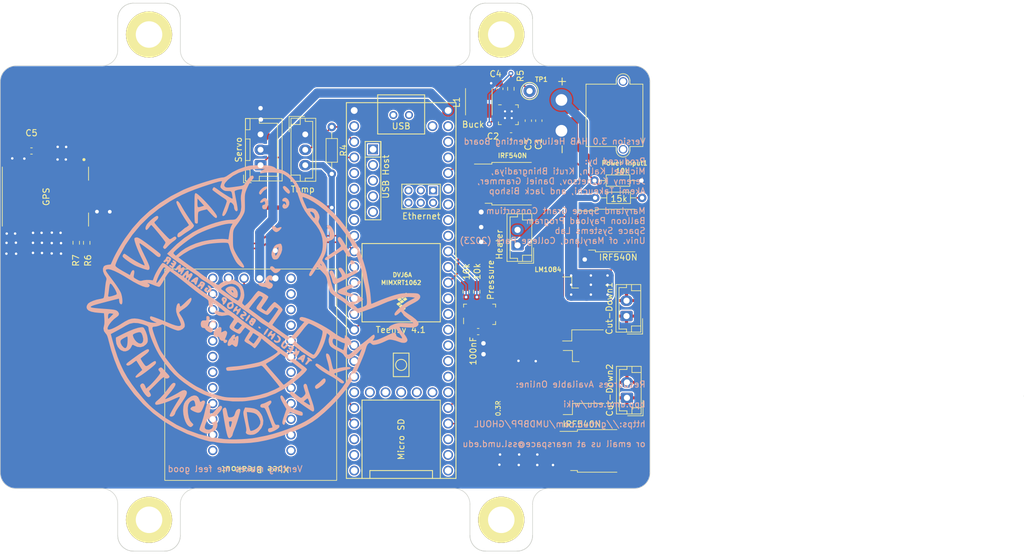
<source format=kicad_pcb>
(kicad_pcb (version 20221018) (generator pcbnew)
  (layers (0 "F.Cu" signal) (31 "B.Cu" signal) (34 "B.Paste" user) (35 "F.Paste" user) (36 "B.SilkS" user "B.Silkscreen") (37 "F.SilkS" user "F.Silkscreen") (38 "B.Mask" user) (39 "F.Mask" user) (44 "Edge.Cuts" user))
  (net 0 "")
  (net 1 "Servo PWM")
  (net 2 "Net-(Cut-Down1-In)")
  (net 3 "Nic2")
  (net 4 "Nic1")
  (net 5 "Net-(LM1084-ADJ1-VO)")
  (net 6 "GND")
  (net 7 "Feedback")
  (net 8 "Net-(Cut-Down1-Out)")
  (net 9 "Xbee DIn")
  (net 10 "Xbee DOut")
  (net 11 "SCL")
  (net 12 "SDA")
  (net 46 "Net-(MOSFET_H1-G)")
  (net 47 "Net-(MOSFET_H1-D)")
  (net 48 "Vdiv")
  (net 51 "+BATT")
  (net 52 "Temp_Data")
  (net 53 "Net-(L1-Pad1)")
  (net 54 "Net-(U4-PG)")
  (net 55 "Net-(U4-SS{slash}TR)")
  (net 56 "+5V")
  (net 58 "Baro_SDA")
  (net 59 "Baro_SCL")
  (net 67 "Net-(U3-RXD{slash}SPI_MOSI)")
  (net 68 "Net-(U3-TXD{slash}SPI_MISO)")
  (net 72 "Net-(U3-RF_IN)")
  (net 73 "GPSRx")
  (net 79 "GPSTx")
  (net 88 "Net-(Cut-Down2-In)")
  (net 89 "+3.3V")
  (footprint "Resistor_SMD:R_0603_1608Metric_Pad0.98x0.95mm_HandSolder" (layer "F.Cu") (at 171.275 105.225 90)
    (fp_text reference "10k")
    (fp_text value "10k")
  )
  (footprint "Resistor_SMD:R_0603_1608Metric_Pad0.98x0.95mm_HandSolder" (layer "F.Cu") (at 106.3 97.2875 -90)
    (fp_text reference "R7")
    (fp_text value "220")
  )
  (footprint "Resistor_SMD:R_0603_1608Metric_Pad0.98x0.95mm_HandSolder" (layer "F.Cu") (at 108 97.3 90)
    (fp_text reference "R6")
    (fp_text value "220")
  )
  (footprint "Resistor_SMD:R_0603_1608Metric_Pad0.98x0.95mm_HandSolder" (layer "F.Cu") (at 169.575 105.225 -90)
    (fp_text reference "10k")
    (fp_text value "10k")
  )
  (footprint "Package_DFN_QFN:VQFN-16-1EP_3x3mm_P0.5mm_EP1.68x1.68mm_ThermalVias" (layer "F.Cu") (at 176.41 76.5175)
    (fp_text reference "Buck")
    (fp_text value "TPS62133")
  )
  (footprint "Package_TO_SOT_SMD:TO-252-2" (layer "F.Cu") (at 193.84 95.3)
    (fp_text reference "IRF540N")
    (fp_text value "IRF540N")
  )
  (footprint "Capacitor_SMD:C_0603_1608Metric_Pad1.08x0.95mm_HandSolder" (layer "F.Cu") (at 176.8525 79.9475)
    (fp_text reference "C2")
    (fp_text value "3.3nF")
  )
  (footprint "Resistor_THT:R_Axial_DIN0204_L3.6mm_D1.6mm_P7.62mm_Horizontal" (layer "F.Cu") (at 147.755 78.495 -90)
    (fp_text reference "R4")
    (fp_text value "4.7K")
  )
  (footprint "Package_LGA:LGA-8_3x5mm_P1.25mm" (layer "F.Cu") (at 171.75 108.9 90)
    (fp_text reference "Pressure")
    (fp_text value "MS5607-02BA")
  )
  (footprint "mechanical:MountingHole_4.3mm_M4_DIN965_Pad" (layer "F.Cu") (at 175.26 63.5 180)
    (fp_text reference "REF**" hide)
    (fp_text value "MountingHole_4.3mm_M4_DIN965_Pad")
  )
  (footprint "Package_TO_SOT_SMD:TO-263-2" (layer "F.Cu") (at 181.975 119.97 180)
    (fp_text reference "0.3R")
    (fp_text value "03")
  )
  (footprint "CAM-M8Q-0:LCC100P960X1400X210-31N" (layer "F.Cu") (at 101.3 89.8 90)
    (fp_text reference "GPS")
    (fp_text value "CAM-M8Q-0")
  )
  (footprint "Package_TO_SOT_SMD:TO-252-2" (layer "F.Cu") (at 190.915 131.065)
    (fp_text reference "IRF540N")
    (fp_text value "IRF540N")
  )
  (footprint "mechanical:MountingHole_4.3mm_M4_DIN965_Pad" (layer "F.Cu") (at 118.11 63.5 180)
    (fp_text reference "REF**" hide)
    (fp_text value "MountingHole_4.3mm_M4_DIN965_Pad")
  )
  (footprint "Resistor_THT:R_Axial_DIN0204_L3.6mm_D1.6mm_P7.62mm_Horizontal" (layer "F.Cu") (at 190.49 90)
    (fp_text reference "15k")
    (fp_text value "15K")
  )
  (footprint "Connector_JST:JST_EH_B2B-EH-A_1x02_P2.50mm_Vertical" (layer "F.Cu") (at 177.9 97.7 90)
    (fp_text reference "Heater")
    (fp_text value "Heater")
  )
  (footprint "Capacitor_SMD:C_0603_1608Metric_Pad1.08x0.95mm_HandSolder" (layer "F.Cu") (at 171.5125 111.7)
    (fp_text reference "100nF")
    (fp_text value "100nF")
  )
  (footprint "Package_TO_SOT_SMD:TO-263-3_TabPin2" (layer "F.Cu") (at 181.875 108.025 180)
    (fp_text reference "LM1084")
    (fp_text value "LM1084-ADJ")
  )
  (footprint "Resistor_THT:R_Axial_DIN0204_L3.6mm_D1.6mm_P7.62mm_Horizontal" (layer "F.Cu") (at 190.39 87.2)
    (fp_text reference "10k")
    (fp_text value "10K")
  )
  (footprint "mechanical:MountingHole_4.3mm_M4_DIN965_Pad" (layer "F.Cu") (at 118.11 142.24)
    (fp_text reference "REF**" hide)
    (fp_text value "MountingHole_4.3mm_M4_DIN965_Pad")
  )
  (footprint "mechanical:MountingHole_4.3mm_M4_DIN965_Pad" (layer "F.Cu") (at 175.26 142.24)
    (fp_text reference "REF**" hide)
    (fp_text value "MountingHole_4.3mm_M4_DIN965_Pad")
  )
  (footprint "GHOULFootPrints:XBee Explorer" (layer "F.Cu") (at 148.56 101.55 180)
    (fp_text reference "Xbee Breakout")
    (fp_text value "Xbee")
  )
  (footprint "Resistor_SMD:R_0603_1608Metric_Pad0.98x0.95mm_HandSolder" (layer "F.Cu") (at 176.82 72.3075 90)
    (fp_text reference "R5")
    (fp_text value "100k")
  )
  (footprint "Capacitor_SMD:C_0603_1608Metric_Pad1.08x0.95mm_HandSolder" (layer "F.Cu") (at 175.02 72.3075 90)
    (fp_text reference "C4")
    (fp_text value "22uF")
  )
  (footprint "Connector_AMASS:AMASS_XT30PW-M_1x02_P2.50mm_Horizontal" (layer "F.Cu") (at 185.02 79.12 -90)
    (fp_text reference "Power Input1")
    (fp_text value "Conn_01x02")
  )
  (footprint "Connector_JST:JST_XH_B3B-XH-A_1x03_P2.50mm_Vertical" (layer "F.Cu") (at 136.2 84.7 90)
    (fp_text reference "Servo")
    (fp_text value "Motor_Servo")
  )
  (footprint "Connector_JST:JST_EH_B2B-EH-A_1x02_P2.50mm_Vertical" (layer "F.Cu") (at 195.65 122.45 90)
    (fp_text reference "Cut-Down2")
    (fp_text value "NichromeConnector")
  )
  (footprint "Connector_JST:JST_EH_B2B-EH-A_1x02_P2.50mm_Vertical" (layer "F.Cu") (at 195.58 109.18 90)
    (fp_text reference "Cut-Down1")
    (fp_text value "NichromeConnector")
  )
  (footprint "teensy.pretty-master:Teensy41" (layer "F.Cu") (at 159.0184 105.04 -90)
    (fp_text reference "Teensy 4.1")
    (fp_text value "Teensy4.1")
  )
  (footprint "Inductor_SMD:L_Coilcraft_XxL4040" (layer "F.Cu") (at 171.62 74.4075 90)
    (fp_text reference "L1")
    (fp_text value "1uH")
  )
  (footprint "Connector_JST:JST_EH_B3B-EH-A_1x03_P2.50mm_Vertical" (layer "F.Cu") (at 143.455 79.705 -90)
    (fp_text reference "Temp")
    (fp_text value "DS18S20")
  )
  (footprint "Capacitor_SMD:C_0603_1608Metric_Pad1.08x0.95mm_HandSolder" (layer "F.Cu") (at 181.3525 77.4825 -90)
    (fp_text reference "C1")
    (fp_text value "10uF")
  )
  (footprint "Package_TO_SOT_SMD:TO-252-2" (layer "F.Cu") (at 177.04 87.7)
    (fp_text reference "IRF540N")
    (fp_text value "IRF540N")
  )
  (footprint "Capacitor_SMD:C_0603_1608Metric_Pad1.08x0.95mm_HandSolder" (layer "F.Cu") (at 99.0375 82.4 180)
    (fp_text reference "C5")
    (fp_text value "4.7uF")
  )
  (footprint "Capacitor_SMD:C_0603_1608Metric_Pad1.08x0.95mm_HandSolder" (layer "F.Cu") (at 179.6525 77.4825 90)
    (fp_text reference "C3")
    (fp_text value "0.1uF")
  )
  (footprint "TestPoint:TestPoint_Keystone_5000-5004_Miniature" (layer "F.Cu") (at 179.8475 72.6675 180)
    (fp_text reference "TP1")
    (fp_text value "TestPoint")
  )
  (footprint "LOGO" (layer "B.Cu") (at 134.112 107.95 180)
    (fp_text reference "G***" hide)
    (fp_text value "LOGO" hide)
  )
  (gr_line (start 170.18 66.04) (end 170.18 60.96) (stroke (width 0.1)) (layer "Edge.Cuts"))
  (gr_line (start 172.72 58.42) (end 177.8 58.42) (stroke (width 0.1)) (layer "Edge.Cuts"))
  (gr_arc (start 113.03 60.96) (mid 113.773949 59.163949) (end 115.57 58.42) (stroke (width 0.1)) (layer "Edge.Cuts"))
  (gr_line (start 182.88 68.58) (end 196.85 68.58) (stroke (width 0.1)) (layer "Edge.Cuts"))
  (gr_line (start 182.88 137.16) (end 196.85 137.16) (stroke (width 0.1)) (layer "Edge.Cuts"))
  (gr_line (start 113.03 66.04) (end 113.03 60.96) (stroke (width 0.1)) (layer "Edge.Cuts"))
  (gr_arc (start 115.57 147.32) (mid 113.773949 146.576051) (end 113.03 144.78) (stroke (width 0.1)) (layer "Edge.Cuts"))
  (gr_arc (start 167.64 137.16) (mid 169.436051 137.903949) (end 170.18 139.7) (stroke (width 0.1)) (layer "Edge.Cuts"))
  (gr_line (start 180.34 144.78) (end 180.34 139.7) (stroke (width 0.1)) (layer "Edge.Cuts"))
  (gr_line (start 123.19 60.96) (end 123.19 66.04) (stroke (width 0.1)) (layer "Edge.Cuts"))
  (gr_line (start 96.52 137.16) (end 110.49 137.16) (stroke (width 0.1)) (layer "Edge.Cuts"))
  (gr_line (start 172.72 147.32) (end 177.8 147.32) (stroke (width 0.1)) (layer "Edge.Cuts"))
  (gr_arc (start 170.18 60.96) (mid 170.923949 59.163949) (end 172.72 58.42) (stroke (width 0.1)) (layer "Edge.Cuts"))
  (gr_line (start 199.39 134.62) (end 199.39 71.12) (stroke (width 0.1)) (layer "Edge.Cuts"))
  (gr_arc (start 172.72 147.32) (mid 170.923948 146.576052) (end 170.18 144.78) (stroke (width 0.1)) (layer "Edge.Cuts"))
  (gr_arc (start 120.65 58.42) (mid 122.446051 59.163949) (end 123.19 60.96) (stroke (width 0.1)) (layer "Edge.Cuts"))
  (gr_arc (start 110.49 137.16) (mid 112.286051 137.903949) (end 113.03 139.7) (stroke (width 0.1)) (layer "Edge.Cuts"))
  (gr_arc (start 177.8 58.42) (mid 179.596051 59.163949) (end 180.34 60.96) (stroke (width 0.1)) (layer "Edge.Cuts"))
  (gr_line (start 125.73 137.16) (end 167.64 137.16) (stroke (width 0.1)) (layer "Edge.Cuts"))
  (gr_arc (start 172.72 147.32) (mid 170.923949 146.576051) (end 170.18 144.78) (stroke (width 0.1)) (layer "Edge.Cuts"))
  (gr_arc (start 123.19 144.78) (mid 122.446052 146.576052) (end 120.65 147.32) (stroke (width 0.1)) (layer "Edge.Cuts"))
  (gr_line (start 123.19 144.78) (end 123.19 139.7) (stroke (width 0.1)) (layer "Edge.Cuts"))
  (gr_line (start 115.57 147.32) (end 120.65 147.32) (stroke (width 0.1)) (layer "Edge.Cuts"))
  (gr_arc (start 182.88 68.58) (mid 181.083949 67.836051) (end 180.34 66.04) (stroke (width 0.1)) (layer "Edge.Cuts"))
  (gr_arc (start 120.65 58.42) (mid 122.446052 59.163948) (end 123.19 60.96) (stroke (width 0.1)) (layer "Edge.Cuts"))
  (gr_line (start 113.03 139.7) (end 113.03 144.78) (stroke (width 0.1)) (layer "Edge.Cuts"))
  (gr_arc (start 93.98 71.12) (mid 94.723949 69.323949) (end 96.52 68.58) (stroke (width 0.1)) (layer "Edge.Cuts"))
  (gr_arc (start 170.18 66.04) (mid 169.436051 67.836051) (end 167.64 68.58) (stroke (width 0.1)) (layer "Edge.Cuts"))
  (gr_arc (start 123.19 139.7) (mid 123.933949 137.903949) (end 125.73 137.16) (stroke (width 0.1)) (layer "Edge.Cuts"))
  (gr_arc (start 125.73 68.58) (mid 123.933949 67.836051) (end 123.19 66.04) (stroke (width 0.1)) (layer "Edge.Cuts"))
  (gr_arc (start 96.52 137.16) (mid 94.723949 136.416051) (end 93.98 134.62) (stroke (width 0.1)) (layer "Edge.Cuts"))
  (gr_arc (start 170.18 60.96) (mid 170.923948 59.163948) (end 172.72 58.42) (stroke (width 0.1)) (layer "Edge.Cuts"))
  (gr_line (start 93.98 71.12) (end 93.98 134.62) (stroke (width 0.1)) (layer "Edge.Cuts"))
  (gr_line (start 180.34 60.96) (end 180.34 66.04) (stroke (width 0.1)) (layer "Edge.Cuts"))
  (gr_line (start 170.18 139.7) (end 170.18 144.78) (stroke (width 0.1)) (layer "Edge.Cuts"))
  (gr_arc (start 115.57 147.32) (mid 113.773948 146.576052) (end 113.03 144.78) (stroke (width 0.1)) (layer "Edge.Cuts"))
  (gr_arc (start 180.34 139.7) (mid 181.083949 137.903949) (end 182.88 137.16) (stroke (width 0.1)) (layer "Edge.Cuts"))
  (gr_arc (start 180.34 144.78) (mid 179.596052 146.576052) (end 177.8 147.32) (stroke (width 0.1)) (layer "Edge.Cuts"))
  (gr_line (start 260.03 122.155) (end 260.03 122.155) (stroke (width 0.1)) (layer "Edge.Cuts"))
  (gr_arc (start 196.85 68.58) (mid 198.646051 69.323949) (end 199.39 71.12) (stroke (width 0.1)) (layer "Edge.Cuts"))
  (gr_line (start 115.57 58.42) (end 120.65 58.42) (stroke (width 0.1)) (layer "Edge.Cuts"))
  (gr_arc (start 177.8 58.42) (mid 179.596052 59.163948) (end 180.34 60.96) (stroke (width 0.1)) (layer "Edge.Cuts"))
  (gr_arc (start 113.03 60.96) (mid 113.773948 59.163948) (end 115.57 58.42) (stroke (width 0.1)) (layer "Edge.Cuts"))
  (gr_line (start 125.73 68.58) (end 167.64 68.58) (stroke (width 0.1)) (layer "Edge.Cuts"))
  (gr_arc (start 199.39 134.62) (mid 198.646051 136.416051) (end 196.85 137.16) (stroke (width 0.1)) (layer "Edge.Cuts"))
  (gr_line (start 96.52 68.58) (end 110.49 68.58) (stroke (width 0.1)) (layer "Edge.Cuts"))
  (gr_arc (start 180.34 144.78) (mid 179.596051 146.576051) (end 177.8 147.32) (stroke (width 0.1)) (layer "Edge.Cuts"))
  (gr_arc (start 123.19 144.78) (mid 122.446051 146.576051) (end 120.65 147.32) (stroke (width 0.1)) (layer "Edge.Cuts"))
  (gr_arc (start 113.03 66.04) (mid 112.286051 67.836051) (end 110.49 68.58) (stroke (width 0.1)) (layer "Edge.Cuts"))
  (gr_text "Version 3.0 HAB Helium Venting Board \n\nProduced by:\nMichael Kalin, Kruti Bhingradiya, \nJeremy Kuznetsov, Daniel Grammer, \nAkemi Takeuchi, and Jack Bishop\n\nMaryland Space Grant Consortium\nBalloon Payload Program\nSpace Systems Lab\nUniv. of Maryland, College Park (2023)" (at 198.755 88.9) (layer "B.SilkS") (effects (font (size 1 1)) (justify left mirror)))
  (gr_text "Venting makes me feel good" (at 132.08 133.985) (layer "B.SilkS") (effects (font (size 1 1)) (justify mirror)))
  (gr_text "Resources Available Online:\n\nbpp.umd.edu/wiki\n\nhttps://github.com/UMDBPP/GHOUL\n\nor email us at nearspace@ssl.umd.edu" (at 198.755 125.095) (layer "B.SilkS") (effects (font (size 1 1)) (justify left mirror)))
  (segment (start 136.2 84.7) (end 137.45 83.45) (width 0.25) (layer "F.Cu") (net 1))
  (segment (start 137.45 83.45) (end 151.3984 83.45) (width 0.25) (layer "F.Cu") (net 1))
  (segment (start 189.525 110.565) (end 193.685 110.565) (width 0.25) (layer "F.Cu") (net 2))
  (segment (start 193.685 110.565) (end 193.7 110.55) (width 0.25) (layer "F.Cu") (net 2))
  (segment (start 183.72 126.63) (end 166.6384 126.63) (width 0.25) (layer "F.Cu") (net 3))
  (segment (start 185.875 128.785) (end 183.72 126.63) (width 0.25) (layer "F.Cu") (net 3))
  (segment (start 174.87 115.8584) (end 174.87 103.03) (width 0.25) (layer "F.Cu") (net 4))
  (segment (start 166.6384 124.09) (end 174.87 115.8584) (width 0.25) (layer "F.Cu") (net 4))
  (segment (start 174.87 103.03) (end 184.88 93.02) (width 0.25) (layer "F.Cu") (net 4))
  (segment (start 184.88 93.02) (end 188.8 93.02) (width 0.25) (layer "F.Cu") (net 4))
  (segment (start 189.525 108.025) (end 180.375 108.025) (width 2) (layer "F.Cu") (net 5))
  (segment (start 175.11 131.65) (end 175.11 133.23) (width 2) (layer "F.Cu") (net 6))
  (segment (start 174.995 133.345) (end 174.95 133.3) (width 0.25) (layer "F.Cu") (net 6))
  (segment (start 136.2 77.35) (end 136.25 77.3) (width 2.9) (layer "F.Cu") (net 6))
  (segment (start 173.625 109.975) (end 173.625 111.11) (width 0.25) (layer "F.Cu") (net 6))
  (segment (start 181.1 133.345) (end 183.645 133.345) (width 2) (layer "F.Cu") (net 6))
  (segment (start 172.375 113.595) (end 172.37 113.6) (width 0.25) (layer "F.Cu") (net 6))
  (segment (start 181.1 133.345) (end 178.1 133.345) (width 2) (layer "F.Cu") (net 6))
  (segment (start 136.2 79.7) (end 136.2 77.35) (width 2.9) (layer "F.Cu") (net 6))
  (segment (start 188.8 97.58) (end 188.8 100) (width 2) (layer "F.Cu") (net 6))
  (segment (start 172 97.15) (end 172 97.25) (width 2) (layer "F.Cu") (net 6))
  (segment (start 181.11 131.65) (end 178.16 131.65) (width 2) (layer "F.Cu") (net 6))
  (segment (start 136.25 77.3) (end 136.2 77.25) (width 2.9) (layer "F.Cu") (net 6))
  (segment (start 175.02 71.445) (end 173.6575 71.445) (width 1) (layer "F.Cu") (net 6))
  (segment (start 172.375 111.7) (end 172.375 112.36) (width 1.5) (layer "F.Cu") (net 6))
  (segment (start 178.1 133.345) (end 174.995 133.345) (width 2) (layer "F.Cu") (net 6))
  (segment (start 138.61 103.05) (end 138.61 98.56) (width 2) (layer "F.Cu") (net 6))
  (segment (start 181.11 131.65) (end 182.805 133.345) (width 2) (layer "F.Cu") (net 6))
  (segment (start 136.2 77.25) (end 136.2 75.45) (width 2.9) (layer "F.Cu") (net 6))
  (segment (start 182.805 133.345) (end 183.655 133.345) (width 0.25) (layer "F.Cu") (net 6))
  (segment (start 175.11 131.65) (end 178.16 131.65) (width 2) (layer "F.Cu") (net 6))
  (segment (start 193.1 87.2) (end 185.02 79.12) (width 1) (layer "F.Cu") (net 6))
  (segment (start 176.16 75.055) (end 176.16 76.2675) (width 0.25) (layer "F.Cu") (net 6))
  (segment (start 147.33 75.83) (end 151.3984 75.83) (width 2) (layer "F.Cu") (net 6))
  (segment (start 172.37 115.36) (end 172.38 115.37) (width 0.25) (layer "F.Cu") (net 6))
  (segment (start 183.645 133.345) (end 183.65 133.35) (width 0.25) (layer "F.Cu") (net 6))
  (segment (start 173.625 111.11) (end 172.375 112.36) (width 0.25) (layer "F.Cu") (net 6))
  (segment (start 176.41 75.805) (end 176.41 76.5175) (width 0.25) (layer "F.Cu") (net 6))
  (segment (start 183.655 133.345) (end 183.65 133.35) (width 0.25) (layer "F.Cu") (net 6))
  (segment (start 172.375 109.975) (end 172.375 111.7) (width 0.25) (layer "F.Cu") (net 6))
  (segment (start 172 94.85) (end 172 89.98) (width 2) (layer "F.Cu") (net 6))
  (segment (start 172.37 113.6) (end 172.37 115.36) (width 1.5) (layer "F.Cu") (net 6))
  (segment (start 172 94.85) (end 172 97.15) (width 2) (layer "F.Cu") (net 6))
  (segment (start 143.455 79.705) (end 147.33 75.83) (width 2) (layer "F.Cu") (net 6))
  (segment (start 173.6575 71.445) (end 173.62 71.4075) (width 0.25) (layer "F.Cu") (net 6))
  (segment (start 175.06 131.7) (end 175.11 131.65) (width 0.25) (layer "F.Cu") (net 6))
  (segment (start 176.16 76.2675) (end 176.41 76.5175) (width 0.25) (layer "F.Cu") (net 6))
  (segment (start 107.9 87.8) (end 108.9 87.8) (width 0.5) (layer "F.Cu") (net 6))
  (segment (start 198.01 87.2) (end 193.1 87.2) (width 1) (layer "F.Cu") (net 6))
  (segment (start 175.11 133.23) (end 174.995 133.345) (width 0.25) (layer "F.Cu") (net 6))
  (segment (start 175.66 75.055) (end 176.41 75.805) (width 0.25) (layer "F.Cu") (net 6))
  (segment (start 175.06 133.19) (end 174.95 133.3) (width 0.25) (layer "F.Cu") (net 6))
  (segment (start 108.9 87.8) (end 109.66 88.56) (width 0.5) (layer "F.Cu") (net 6))
  (segment (start 172.375 112.36) (end 172.375 113.595) (width 1.5) (layer "F.Cu") (net 6))
  (segment (start 175.06 131.65) (end 175.06 133.19) (width 0.25) (layer "F.Cu") (net 6))
  (segment (start 185.875 133.345) (end 183.655 133.345) (width 2) (layer "F.Cu") (net 6))
  (segment (start 138.6 98.55) (end 138.61 98.56) (width 0.25) (layer "F.Cu") (net 6))
  (segment (start 109.66 88.56) (end 109.66 92.24) (width 0.5) (layer "F.Cu") (net 6))
  (via (at 103.27 83.78) (size 0.6) (drill 0.4) (layers "F.Cu" "B.Cu") (net 6))
  (via (at 183.65 133.35) (size 0.8) (drill 0.4) (layers "F.Cu" "B.Cu") (net 6))
  (via (at 136.2 75.45) (size 1.2) (drill 0.72) (layers "F.Cu" "B.Cu") (net 6))
  (via (at 138.61 98.56) (size 1.2) (drill 0.8) (layers "F.Cu" "B.Cu") (net 6))
  (via (at 172.37 113.6) (size 1.2) (drill 0.72) (layers "F.Cu" "B.Cu") (net 6))
  (via (at 109.66 92.24) (size 1) (drill 0.6) (layers "F.Cu" "B.Cu") (net 6))
  (via (at 178.16 131.65) (size 0.8) (drill 0.4) (layers "F.Cu" "B.Cu") (net 6))
  (via (at 99.29 95.68) (size 0.6) (drill 0.4) (layers "F.Cu" "B.Cu") (net 6))
  (via (at 102.34 95.65) (size 0.6) (drill 0.4) (layers "F.Cu" "B.Cu") (net 6))
  (via (at 104.61 83.78) (size 0.6) (drill 0.4) (layers "F.Cu" "B.Cu") (net 6))
  (via (at 178.05 116.45) (size 0.8) (drill 0.4) (layers "F.Cu" "B.Cu") (net 6))
  (via (at 99.28 98.93) (size 0.6) (drill 0.4) (layers "F.Cu" "B.Cu") (net 6))
  (via (at 173.62 71.4075) (size 0.8) (drill 0.4) (layers "F.Cu" "B.Cu") (net 6))
  (via (at 100.68 95.68) (size 0.6) (drill 0.4) (layers "F.Cu" "B.Cu") (net 6))
  (via (at 96.51 97.28) (size 0.6) (drill 0.4) (layers "F.Cu" "B.Cu") (net 6))
  (via (at 97.88 83.64) (size 0.6) (drill 0.4) (layers "F.Cu" "B.Cu") (net 6))
  (via (at 94.97 99.06) (size 0.6) (drill 0.4) (layers "F.Cu" "B.Cu") (net 6))
  (via (at 175.06 131.65) (size 0.8) (drill 0.4) (layers "F.Cu" "B.Cu") (net 6))
  (via (at 102.32 99.02) (size 0.6) (drill 0.4) (layers "F.Cu" "B.Cu") (net 6))
  (via (at 95.92 83.6) (size 0.6) (drill 0.4) (layers "F.Cu" "B.Cu") (net 6))
  (via (at 102.33 97.34) (size 0.6) (drill 0.4) (layers "F.Cu" "B.Cu") (net 6))
  (via (at 172 94.75) (size 1.2) (drill 0.72) (layers "F.Cu" "B.Cu") (net 6))
  (via (at 94.99 97.31) (size 0.6) (drill 0.4) (layers "F.Cu" "B.Cu") (net 6))
  (via (at 103.29 81.73) (size 0.6) (drill 0.4) (layers "F.Cu" "B.Cu") (net 6))
  (via (at 111.74 92.26) (size 1) (drill 0.6) (layers "F.Cu" "B.Cu") (net 6))
  (via (at 104.66 81.74) (size 0.6) (drill 0.4) (layers "F.Cu" "B.Cu") (net 6))
  (via (at 180.85 116.5) (size 0.8) (drill 0.4) (layers "F.Cu" "B.Cu") (net 6))
  (via (at 172 97.15) (size 1.2) (drill 0.72) (layers "F.Cu" "B.Cu") (net 6))
  (via (at 96.38 95.8) (size 0.6) (drill 0.4) (layers "F.Cu" "B.Cu") (net 6))
  (via (at 103.83 97.35) (size 0.6) (drill 0.4) (layers "F.Cu" "B.Cu") (net 6))
  (via (at 136.25 77.3) (size 1.2) (drill 0.72) (layers "F.Cu" "B.Cu") (net 6))
  (via (at 95.02 95.8) (size 0.6) (drill 0.4) (layers "F.Cu" "B.Cu") (net 6))
  (via (at 100.73 97.3) (size 0.6) (drill 0.4) (layers "F.Cu" "B.Cu") (net 6))
  (via (at 178.1 133.345) (size 0.8) (drill 0.4) (layers "F.Cu" "B.Cu") (net 6))
  (via (at 103.83 99.05) (size 0.6) (drill 0.4) (layers "F.Cu" "B.Cu") (net 6))
  (via (at 96.54 99.07) (size 0.6) (drill 0.4) (layers "F.Cu" "B.Cu") (net 6))
  (via (at 181.11 131.65) (size 0.8) (drill 0.4) (layers "F.Cu" "B.Cu") (net 6))
  (via (at 172 92.3) (size 1.2) (drill 0.8) (layers "F.Cu" "B.Cu") (net 6))
  (via (at 99.28 97.3) (size 0.6) (drill 0.4) (layers "F.Cu" "B.Cu") (net 6))
  (via (at 181.1 133.345) (size 0.8) (drill 0.4) (layers "F.Cu" "B.Cu") (net 6))
  (via (at 100.74 98.95) (size 0.6) (drill 0.4) (layers "F.Cu" "B.Cu") (net 6))
  (via (at 103.76 95.68) (size 0.6) (drill 0.4) (layers "F.Cu" "B.Cu") (net 6))
  (via (at 174.95 133.3) (size 0.8) (drill 0.4) (layers "F.Cu" "B.Cu") (net 6))
  (via (at 188.8 100) (size 1.2) (drill 0.72) (layers "F.Cu" "B.Cu") (net 6))
  (via (at 172.38 115.37) (size 1.2) (drill 0.72) (layers "F.Cu" "B.Cu") (net 6))
  (segment (start 140.95 124.823) (end 149.5914 124.823) (width 0.25) (layer "F.Cu") (net 9))
  (segment (start 130.99 103.05) (end 130.99 114.863) (width 0.25) (layer "F.Cu") (net 9))
  (segment (start 149.5914 124.823) (end 151.3984 126.63) (width 0.25) (layer "F.Cu") (net 9))
  (segment (start 130.99 114.863) (end 140.95 124.823) (width 0.25) (layer "F.Cu") (net 9))
  (segment (start 133.53 112.207251) (end 141.065749 119.743) (width 0.25) (layer "F.Cu") (net 10))
  (segment (start 147.0514 119.743) (end 151.3984 124.09) (width 0.25) (layer "F.Cu") (net 10))
  (segment (start 133.53 103.05) (end 133.53 112.207251) (width 0.25) (layer "F.Cu") (net 10))
  (segment (start 141.065749 119.743) (end 147.0514 119.743) (width 0.25) (layer "F.Cu") (net 10))
  (segment (start 168.3 89.12) (end 168.3 102.1084) (width 0.25) (layer "F.Cu") (net 46))
  (segment (start 172 85.42) (end 168.3 89.12) (width 0.25) (layer "F.Cu") (net 46))
  (segment (start 168.3 102.1084) (end 166.6384 103.77) (width 0.25) (layer "F.Cu") (net 46))
  (segment (start 177.9 88.1) (end 178.3 87.7) (width 0.25) (layer "F.Cu") (net 47))
  (segment (start 198.11 90) (end 193.19 90) (width 0.25) (layer "F.Cu") (net 48))
  (segment (start 193.19 90) (end 190.39 87.2) (width 0.25) (layer "F.Cu") (net 48))
  (segment (start 168.8284 83.8) (end 166.6384 85.99) (width 0.25) (layer "F.Cu") (net 48))
  (segment (start 186.99 83.8) (end 168.8284 83.8) (width 0.25) (layer "F.Cu") (net 48))
  (segment (start 190.39 87.2) (end 186.99 83.8) (width 0.25) (layer "F.Cu") (net 48))
  (via (at 189.8 104.1) (size 0.8) (drill 0.4) (layers "F.Cu" "B.Cu") (net 51))
  (via (at 192.5 102.6) (size 0.8) (drill 0.4) (layers "F.Cu" "B.Cu") (net 51))
  (via (at 186.6 102.6) (size 0.8) (drill 0.4) (layers "F.Cu" "B.Cu") (net 51))
  (via (at 192.5 104.1) (size 0.8) (drill 0.4) (layers "F.Cu" "B.Cu") (net 51))
  (via (at 186.6 104.1) (size 0.8) (drill 0.4) (layers "F.Cu" "B.Cu") (net 51))
  (via (at 186.6 105.7) (size 0.8) (drill 0.4) (layers "F.Cu" "B.Cu") (net 51))
  (via (at 189.8 102.6) (size 0.8) (drill 0.4) (layers "F.Cu" "B.Cu") (net 51))
  (via (at 192.5 105.7) (size 0.8) (drill 0.4) (layers "F.Cu" "B.Cu") (net 51))
  (via (at 189.8 105.7) (size 0.8) (drill 0.4) (layers "F.Cu" "B.Cu") (net 51))
  (segment (start 185.947792 89.847792) (end 178.095584 97.7) (width 1.5) (layer "B.Cu") (net 51))
  (segment (start 188.704416 87.3) (end 188.6 87.195584) (width 0.25) (layer "B.Cu") (net 51))
  (segment (start 188.6 77.7) (end 188.6 87.195584) (width 1.5) (layer "B.Cu") (net 51))
  (segment (start 192.5 102.6) (end 192.5 105.7) (width 2) (layer "B.Cu") (net 51))
  (segment (start 186.6 90.5) (end 186.6 102.6) (width 2) (layer "B.Cu") (net 51))
  (segment (start 186.6 104.1) (end 189.8 104.1) (width 2) (layer "B.Cu") (net 51))
  (segment (start 189.8 104.1) (end 192.5 104.1) (width 2) (layer "B.Cu") (net 51))
  (segment (start 185.947792 89.847792) (end 186.6 90.5) (width 0.25) (layer "B.Cu") (net 51))
  (segment (start 188.6 87.195584) (end 185.947792 89.847792) (width 1.5) (layer "B.Cu") (net 51))
  (segment (start 189.8 102.6) (end 192.5 102.6) (width 2) (layer "B.Cu") (net 51))
  (segment (start 186.6 102.6) (end 186.6 104.1) (width 2) (layer "B.Cu") (net 51))
  (segment (start 185.02 74.12) (end 188.6 77.7) (width 1.5) (layer "B.Cu") (net 51))
  (segment (start 189.1 105.7) (end 192.5 105.7) (width 2) (layer "B.Cu") (net 51))
  (segment (start 190.49 90) (end 186.1 90) (width 1) (layer "B.Cu") (net 51))
  (segment (start 186.1 90) (end 185.947792 89.847792) (width 0.25) (layer "B.Cu") (net 51))
  (segment (start 186.1 90) (end 186.4 90.3) (width 0.25) (layer "B.Cu") (net 51))
  (segment (start 178.095584 97.7) (end 177.9 97.7) (width 1.5) (layer "B.Cu") (net 51))
  (segment (start 186.6 104.1) (end 186.6 105.7) (width 2) (layer "B.Cu") (net 51))
  (segment (start 186.6 105.7) (end 189.1 105.7) (width 2) (layer "B.Cu") (net 51))
  (segment (start 186.6 102.6) (end 189.6 102.6) (width 2) (layer "B.Cu") (net 51))
  (segment (start 147.755 78.495) (end 144.045 82.205) (width 0.25) (layer "F.Cu") (net 52))
  (segment (start 144.045 82.205) (end 143.455 82.205) (width 0.25) (layer "F.Cu") (net 52))
  (segment (start 148.9834 78.495) (end 151.3984 80.91) (width 0.25) (layer "F.Cu") (net 52))
  (segment (start 147.755 78.495) (end 148.9834 78.495) (width 0.25) (layer "F.Cu") (net 52))
  (segment (start 176.82 69.8075) (end 176.82 71.395) (width 0.25) (layer "F.Cu") (net 54))
  (segment (start 178.575 71.395) (end 179.8475 72.6675) (width 0.25) (layer "F.Cu") (net 54))
  (segment (start 174.9475 77.2675) (end 174.06 77.2675) (width 0.25) (layer "F.Cu") (net 54))
  (segment (start 174.06 77.2675) (end 173.32 78.0075) (width 0.25) (layer "F.Cu") (net 54))
  (segment (start 176.82 71.395) (end 178.575 71.395) (width 0.25) (layer "F.Cu") (net 54))
  (via (at 173.32 78.0075) (size 0.8) (drill 0.4) (layers "F.Cu" "B.Cu") (net 54))
  (via (at 176.82 69.8075) (size 0.8) (drill 0.4) (layers "F.Cu" "B.Cu") (net 54))
  (segment (start 173.32 78.0075) (end 173.32 73.3075) (width 0.25) (layer "B.Cu") (net 54))
  (segment (start 173.32 73.3075) (end 176.82 69.8075) (width 0.25) (layer "B.Cu") (net 54))
  (segment (start 177.715 79.9475) (end 177.715 77.425) (width 0.25) (layer "F.Cu") (net 55))
  (segment (start 177.715 77.425) (end 177.8725 77.2675) (width 0.25) (layer "F.Cu") (net 55))
  (segment (start 169.2459 73.2225) (end 166.6384 75.83) (width 2) (layer "F.Cu") (net 56))
  (segment (start 171.62 73.2225) (end 169.2459 73.2225) (width 2) (layer "F.Cu") (net 56))
  (segment (start 136.2 82.15) (end 136.2 82.2) (width 0.25) (layer "F.Cu") (net 56))
  (segment (start 136.07 95.63) (end 136.07 103.05) (width 1.5) (layer "B.Cu") (net 56))
  (segment (start 163.8084 73) (end 145.4 73) (width 1.5) (layer "B.Cu") (net 56))
  (segment (start 138.2 82.25) (end 138.2 93.5) (width 1.5) (layer "B.Cu") (net 56))
  (segment (start 145.4 73) (end 138.2 80.2) (width 1.5) (layer "B.Cu") (net 56))
  (segment (start 136.2 82.2) (end 138.15 82.2) (width 1.5) (layer "B.Cu") (net 56))
  (segment (start 138.15 82.2) (end 138.2 82.25) (width 0.25) (layer "B.Cu") (net 56))
  (segment (start 138.2 80.2) (end 138.2 82.25) (width 1.5) (layer "B.Cu") (net 56))
  (segment (start 166.6384 75.83) (end 163.8084 73) (width 1.5) (layer "B.Cu") (net 56))
  (segment (start 138.2 93.5) (end 136.07 95.63) (width 1.5) (layer "B.Cu") (net 56))
  (segment (start 171.3125 106.1) (end 171.275 106.1375) (width 0.25) (layer "F.Cu") (net 58))
  (segment (start 171.3 106.1125) (end 171.3 106.1) (width 0.25) (layer "F.Cu") (net 58))
  (segment (start 171.3 106.1) (end 171.3125 106.1) (width 0.25) (layer "F.Cu") (net 58))
  (segment (start 171.125 107.825) (end 171.125 106.2875) (width 0.25) (layer "F.Cu") (net 58))
  (segment (start 171.125 106.2875) (end 171.3 106.1125) (width 0.25) (layer "F.Cu") (net 58))
  (via (at 171.3 106.1) (size 0.6) (drill 0.4) (layers "F.Cu" "B.Cu") (net 58))
  (segment (start 171.3 103.3516) (end 166.6384 98.69) (width 0.25) (layer "B.Cu") (net 58))
  (segment (start 171.3 106.1) (end 171.3 103.3516) (width 0.25) (layer "B.Cu") (net 58))
  (segment (start 169.875 106.4375) (end 169.55 106.1125) (width 0.25) (layer "F.Cu") (net 59))
  (segment (start 169.55 106.1) (end 169.5375 106.1) (width 0.25) (layer "F.Cu") (net 59))
  (segment (start 169.5375 106.1) (end 169.575 106.1375) (width 0.25) (layer "F.Cu") (net 59))
  (segment (start 169.55 106.1125) (end 169.55 106.1) (width 0.25) (layer "F.Cu") (net 59))
  (segment (start 169.875 107.825) (end 169.875 106.4375) (width 0.25) (layer "F.Cu") (net 59))
  (via (at 169.55 106.1) (size 0.6) (drill 0.4) (layers "F.Cu" "B.Cu") (net 59))
  (segment (start 169.55 106.1) (end 169.55 104.1416) (width 0.25) (layer "B.Cu") (net 59))
  (segment (start 169.55 104.1416) (end 166.6384 101.23) (width 0.25) (layer "B.Cu") (net 59))
  (segment (start 107.5 95.8875) (end 108 96.3875) (width 0.25) (layer "F.Cu") (net 67))
  (segment (start 107.5 94.2) (end 107.5 95.8875) (width 0.25) (layer "F.Cu") (net 67))
  (segment (start 106.5 94.2) (end 106.5 96.175) (width 0.25) (layer "F.Cu") (net 68))
  (segment (start 106.5 96.175) (end 106.3 96.375) (width 0.25) (layer "F.Cu") (net 68))
  (segment (start 100.5 102.15) (end 100.49 102.14) (width 0.29) (layer "F.Cu") (net 72))
  (segment (start 99.81 100.26) (end 99.15 100.26) (width 0.29) (layer "F.Cu") (net 72))
  (segment (start 98.5 99.61) (end 98.5 94.2) (width 0.29) (layer "F.Cu") (net 72))
  (segment (start 99.96 102.69) (end 100.5 102.15) (width 0.29) (layer "F.Cu") (net 72))
  (segment (start 99.15 100.26) (end 98.5 99.61) (width 0.29) (layer "F.Cu") (net 72))
  (segment (start 97.5 99.65) (end 96.29 100.86) (width 0.29) (layer "F.Cu") (net 72))
  (segment (start 96.29 100.86) (end 96.29 102.1) (width 0.29) (layer "F.Cu") (net 72))
  (segment (start 97.5 94.2) (end 97.5 99.65) (width 0.29) (layer "F.Cu") (net 72))
  (segment (start 96.88 102.69) (end 99.96 102.69) (width 0.29) (layer "F.Cu") (net 72))
  (segment (start 96.29 102.1) (end 96.88 102.69) (width 0.29) (layer "F.Cu") (net 72))
  (segment (start 100.49 100.94) (end 99.81 100.26) (width 0.29) (layer "F.Cu") (net 72))
  (segment (start 100.49 102.14) (end 100.49 100.94) (width 0.29) (layer "F.Cu") (net 72))
  (segment (start 149.9184 97.21) (end 151.3984 98.69) (width 0.25) (layer "F.Cu") (net 73))
  (segment (start 137.3 97.21) (end 149.9184 97.21) (width 0.25) (layer "F.Cu") (net 73))
  (segment (start 108 98.2125) (end 136.2975 98.2125) (width 0.25) (layer "F.Cu") (net 73))
  (segment (start 136.2975 98.2125) (end 137.3 97.21) (width 0.25) (layer "F.Cu") (net 73))
  (segment (start 107.1 97.4) (end 135.9 97.4) (width 0.25) (layer "F.Cu") (net 79))
  (segment (start 106.3 98.2) (end 107.1 97.4) (width 0.25) (layer "F.Cu") (net 79))
  (segment (start 135.9 97.4) (end 137.15 96.15) (width 0.25) (layer "F.Cu") (net 79))
  (segment (start 137.15 96.15) (end 151.3984 96.15) (width 0.25) (layer "F.Cu") (net 79))
  (segment (start 168.15 110.265) (end 152.5234 110.265) (width 0.25) (layer "F.Cu") (net 89))
  (segment (start 152.5234 110.265) (end 151.3984 111.39) (width 0.25) (layer "F.Cu") (net 89))
  (segment (start 99.9 82.4) (end 102.04 80.26) (width 0.7) (layer "F.Cu") (net 89))
  (segment (start 105.41 80.28) (end 107.5 82.37) (width 0.7) (layer "F.Cu") (net 89))
  (segment (start 170.65 111.7) (end 168.775 109.825) (width 0.25) (layer "F.Cu") (net 89))
  (segment (start 107.5 85.4) (end 108.82 85.4) (width 0.7) (layer "F.Cu") (net 89))
  (segment (start 168.775 109.64) (end 168.15 110.265) (width 0.25) (layer "F.Cu") (net 89))
  (segment (start 107.5 82.37) (end 107.5 85.4) (width 0.7) (layer "F.Cu") (net 89))
  (segment (start 102.04 80.26) (end 105.39 80.26) (width 0.7) (layer "F.Cu") (net 89))
  (segment (start 168.775 109.825) (end 168.775 109.64) (width 0.25) (layer "F.Cu") (net 89))
  (segment (start 168.775 109.64) (end 168.775 105.1125) (width 0.25) (layer "F.Cu") (net 89))
  (segment (start 168.775 105.1125) (end 169.575 104.3125) (width 0.25) (layer "F.Cu") (net 89))
  (segment (start 115.01 91.59) (end 147.755 91.59) (width 0.7) (layer "F.Cu") (net 89))
  (segment (start 105.39 80.26) (end 105.41 80.28) (width 0.25) (layer "F.Cu") (net 89))
  (segment (start 108.82 85.4) (end 115.01 91.59) (width 0.7) (layer "F.Cu") (net 89))
  (via (at 147.755 91.59) (size 1) (drill 0.6) (layers "F.Cu" "B.Cu") (net 89))
  (segment (start 143.455 84.705) (end 146.345 84.705) (width 1) (layer "B.Cu") (net 89))
  (segment (start 147.755 91.59) (end 147.755 107.7466) (width 1) (layer "B.Cu") (net 89))
  (segment (start 146.345 84.705) (end 147.755 86.115) (width 1) (layer "B.Cu") (net 89))
  (segment (start 147.755 86.115) (end 147.755 91.59) (width 1) (layer "B.Cu") (net 89))
  (segment (start 147.755 107.7466) (end 151.3984 111.39) (width 1) (layer "B.Cu") (net 89))
  (zone (net 2) (net_name "Net-(Cut-Down1-In)") (layer "F.Cu") (priority 12) (connect_pads thru_hole_only (clearance 0.127)) (min_thickness 0.25) (fill yes (thermal_gap 0.5) (thermal_bridge_width 0.5))
    (polygon (pts (xy 193.05 108.95) (xy 198.2 108.95) (xy 198.2 120.2) (xy 193.05 120.2)))
  )
  (zone (net 56) (net_name "+5V") (layer "F.Cu") (priority 3) (connect_pads yes (clearance 0.127)) (min_thickness 0.25) (fill yes (thermal_gap 0.5) (thermal_bridge_width 0.5))
    (polygon (pts (xy 177.72 74.0075) (xy 177.02 75.6075) (xy 176.42 75.6075) (xy 174.02 74.1075) (xy 168.92 74.1075) (xy 168.92 72.3075) (xy 177.72 72.3075)))
  )
  (zone (net 88) (net_name "Net-(Cut-Down2-In)") (layer "F.Cu") (priority 14) (connect_pads thru_hole_only (clearance 0.127)) (min_thickness 0.25) (fill yes (thermal_gap 0.5) (thermal_bridge_width 0.5))
    (polygon (pts (xy 197.8 122.2) (xy 193.9 122.2) (xy 193.85 126.95) (xy 197.75 126.95)))
  )
  (zone (net 6) (net_name "GND") (layer "F.Cu") (priority 20) (connect_pads yes (clearance 0.127)) (min_thickness 0.25) (fill yes (thermal_gap 0.5) (thermal_bridge_width 0.5) (island_removal_mode 1) (island_area_min 10))
    (polygon (pts (xy 102.96 81.38) (xy 102.96 86.49) (xy 102.98 86.51) (xy 105 86.51) (xy 105 83.18) (xy 105 81.38)))
  )
  (zone (net 6) (net_name "GND") (layer "F.Cu") (priority 22) (connect_pads yes (clearance 0.127)) (min_thickness 0.25) (fill yes (thermal_gap 0.5) (thermal_bridge_width 0.5))
    (polygon (pts (xy 98.99 93.48) (xy 101 93.48) (xy 101 99.49) (xy 98.99 99.49)))
  )
  (zone (net 5) (net_name "Net-(LM1084-ADJ1-VO)") (layer "F.Cu") (priority 16) (connect_pads yes (clearance 0.127)) (min_thickness 0.25) (fill yes (thermal_gap 0.5) (thermal_bridge_width 0.5))
    (polygon (pts (xy 185.45 102.3) (xy 185.45 110.05) (xy 192.45 114.25) (xy 192.45 118.65) (xy 186.5 118.65) (xy 185.6 114.15) (xy 175.2 114.1) (xy 175.675406 102.625406)))
  )
  (zone (net 6) (net_name "GND") (layer "F.Cu") (priority 23) (connect_pads yes (clearance 0.127)) (min_thickness 0.25) (fill yes (thermal_gap 0.5) (thermal_bridge_width 0.5))
    (polygon (pts (xy 102 93.21) (xy 102 99.47) (xy 104.15 99.47) (xy 104.15 93.21)))
  )
  (zone (net 6) (net_name "GND") (layer "F.Cu") (priority 7) (connect_pads yes (clearance 0.127)) (min_thickness 0.25) (fill yes (thermal_gap 0.5) (thermal_bridge_width 0.5))
    (polygon (pts (xy 173.15 110.8) (xy 174.35 110.7) (xy 174.35 106.8) (xy 172.95 106.8)))
  )
  (zone (net 2) (net_name "Net-(Cut-Down1-In)") (layer "F.Cu") (priority 13) (connect_pads yes (clearance 0.127)) (min_thickness 0.25) (fill yes (thermal_gap 0.5) (thermal_bridge_width 0.5))
    (polygon (pts (xy 193.05 120.2) (xy 192.45 123.4) (xy 186.8 123.3) (xy 186.8 121.1) (xy 186.85 121.1) (xy 193.05 116.95)))
  )
  (zone (net 47) (net_name "Net-(MOSFET_H1-D)") (layer "F.Cu") (priority 8) (connect_pads yes (clearance 0.127)) (min_thickness 0.25) (fill yes (thermal_gap 0.5) (thermal_bridge_width 0.5))
    (polygon (pts (xy 174.4 84.4) (xy 174.4 93.5) (xy 176.7 96.3) (xy 180.3 96.3) (xy 182.7 93.3) (xy 182.7 84.2)))
  )
  (zone (net 6) (net_name "GND") (layer "F.Cu") (priority 24) (connect_pads yes (clearance 0.127)) (min_thickness 0.25) (fill yes (thermal_gap 0.5) (thermal_bridge_width 0.5))
    (polygon (pts (xy 106.93 91.29) (xy 112.63 91.29) (xy 112.64 91.3) (xy 112.64 93.22) (xy 106.94 93.22) (xy 106.93 93.21)))
  )
  (zone (net 51) (net_name "+BATT") (layer "F.Cu") (priority 1) (connect_pads yes (clearance 0.127)) (min_thickness 0.25) (fill yes (thermal_gap 0.5) (thermal_bridge_width 0.5))
    (polygon (pts (xy 176.9 74.3) (xy 177.1 77.2) (xy 182.4 77.6) (xy 188.7 75.5) (xy 186 70.6)))
  )
  (zone (net 6) (net_name "GND") (layer "F.Cu") (priority 4) (connect_pads yes (clearance 0.127)) (min_thickness 0.25) (fill yes (thermal_gap 0.5) (thermal_bridge_width 0.5))
    (polygon (pts (xy 176.82 80.9075) (xy 177.92 78.6075) (xy 177.82 75.3075) (xy 175.02 75.4075) (xy 175.02 80.9075)))
  )
  (zone (net 6) (net_name "GND") (layer "F.Cu") (priority 21) (connect_pads yes (clearance 0.127)) (min_thickness 0.25) (fill yes (thermal_gap 0.5) (thermal_bridge_width 0.5))
    (polygon (pts (xy 94.57 93.49) (xy 97.01 93.49) (xy 97.01 99.61) (xy 94.57 99.61)))
  )
  (zone (net 89) (net_name "+3.3V") (layer "F.Cu") (priority 17) (connect_pads yes (clearance 0.127)) (min_thickness 0.25) (fill yes (thermal_gap 0.5) (thermal_bridge_width 0.5))
    (polygon (pts (xy 168.7 103.5) (xy 172.15 103.5) (xy 172.15 105.1) (xy 168.75 105.1) (xy 168.7 105.05)))
  )
  (zone (net 6) (net_name "GND") (layer "F.Cu") (priority 19) (connect_pads yes (clearance 0.127)) (min_thickness 0.25) (fill yes (thermal_gap 0.5) (thermal_bridge_width 0.5) (island_removal_mode 1) (island_area_min 10))
    (polygon (pts (xy 98.84 81.61) (xy 98.84 86.31) (xy 98.74 86.41) (xy 94.59 86.41) (xy 94.55 86.37) (xy 94.55 84.17) (xy 97.11 81.61)))
  )
  (zone (net 89) (net_name "+3.3V") (layer "F.Cu") (priority 6) (connect_pads yes (clearance 0.127)) (min_thickness 0.25) (fill yes (thermal_gap 0.5) (thermal_bridge_width 0.5))
    (polygon (pts (xy 171.45 112.6) (xy 169.75 112.5) (xy 168.95 109.2) (xy 171.65 109.2)))
  )
  (zone (net 6) (net_name "GND") (layer "F.Cu") (priority 5) (connect_pads yes (clearance 0.127)) (min_thickness 0.25) (fill yes (thermal_gap 0.5) (thermal_bridge_width 0.5))
    (polygon (pts (xy 187.7 76.8) (xy 187.7 81.7) (xy 182.5 81.7) (xy 178.4 78.9) (xy 178.7 77.7)))
  )
  (zone (net 53) (net_name "Net-(L1-Pad1)") (layer "F.Cu") (name "Inductor") (priority 2) (connect_pads yes (clearance 0.127)) (min_thickness 0.25) (fill yes (thermal_gap 0.5) (thermal_bridge_width 0.5))
    (polygon (pts (xy 175.52 77.0075) (xy 168.92 77.0075) (xy 168.92 74.1075) (xy 175.52 75.1075)))
  )
  (zone (net 8) (net_name "Net-(Cut-Down1-Out)") (layer "F.Cu") (priority 11) (connect_pads thru_hole_only (clearance 0.127)) (min_thickness 0.25) (fill yes (thermal_gap 0.5) (thermal_bridge_width 0.5))
    (polygon (pts (xy 198.9 98.5) (xy 197.6 106.9) (xy 193.8 106.9) (xy 193.8 98.5)))
  )
  (zone (net 51) (net_name "+BATT") (layer "F.Cu") (priority 9) (connect_pads yes (clearance 0.127)) (min_thickness 0.25) (fill yes (thermal_gap 0.5) (thermal_bridge_width 0.5))
    (polygon (pts (xy 185.9 101.6) (xy 185.9 106.6) (xy 193.2 106.6) (xy 193.2 101.6)))
  )
  (zone (net 89) (net_name "+3.3V") (layer "F.Cu") (priority 18) (connect_pads yes (clearance 0.127)) (min_thickness 0.25) (fill yes (thermal_gap 0.5) (thermal_bridge_width 0.5) (island_removal_mode 1) (island_area_min 10))
    (polygon (pts (xy 99.06 81.55) (xy 100.83 81.55) (xy 101.07 81.79) (xy 101.07 86.55) (xy 101.05 86.57) (xy 98.99 86.57) (xy 98.99 81.62)))
  )
  (zone (net 88) (net_name "Net-(Cut-Down2-In)") (layer "F.Cu") (priority 15) (connect_pads yes (clearance 0.127)) (min_thickness 0.25) (fill yes (thermal_gap 0.5) (thermal_bridge_width 0.5))
    (polygon (pts (xy 197.75 126.95) (xy 195.55 134.85) (xy 188.4 134.9) (xy 188.4 128.15) (xy 193.85 126.95)))
  )
  (zone (net 8) (net_name "Net-(Cut-Down1-Out)") (layer "F.Cu") (priority 10) (connect_pads yes (clearance 0.127)) (min_thickness 0.25) (fill yes (thermal_gap 0.5) (thermal_bridge_width 0.5))
    (polygon (pts (xy 191.5 98.5) (xy 198.9 98.5) (xy 198.9 91.9) (xy 191.5 91.9)))
  )
  (zone (net 6) (net_name "GND") (layer "B.Cu") (connect_pads yes (clearance 0.127)) (min_thickness 0.127) (fill yes (thermal_gap 0.508) (thermal_bridge_width 0.508))
    (polygon (pts (xy 199.39 137.16) (xy 93.98 137.16) (xy 93.98 68.58) (xy 199.39 68.58)))
  )
)
</source>
